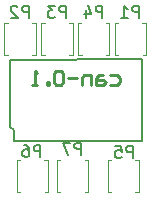
<source format=gbo>
G75*
G70*
%OFA0B0*%
%FSLAX25Y25*%
%IPPOS*%
%LPD*%
%AMOC8*
5,1,8,0,0,1.08239X$1,22.5*
%
%ADD20C,0.00787*%
%ADD21C,0.00472*%
%ADD22C,0.00591*%
%ADD39C,0.01000*%
X0000000Y0000000D02*
%LPD*%
G01*
D22*
X0027315Y0014164D02*
X0027315Y0018101D01*
X0025816Y0018101D01*
X0025441Y0017913D01*
X0025253Y0017726D01*
X0025066Y0017351D01*
X0025066Y0016789D01*
X0025253Y0016414D01*
X0025441Y0016226D01*
X0025816Y0016039D01*
X0027315Y0016039D01*
X0023753Y0018101D02*
X0021129Y0018101D01*
X0022816Y0014164D01*
X0009835Y0059833D02*
X0009835Y0063770D01*
X0008335Y0063770D01*
X0007960Y0063583D01*
X0007773Y0063395D01*
X0007585Y0063020D01*
X0007585Y0062458D01*
X0007773Y0062083D01*
X0007960Y0061895D01*
X0008335Y0061708D01*
X0009835Y0061708D01*
X0006085Y0063395D02*
X0005898Y0063583D01*
X0005523Y0063770D01*
X0004586Y0063770D01*
X0004211Y0063583D01*
X0004023Y0063395D01*
X0003836Y0063020D01*
X0003836Y0062645D01*
X0004023Y0062083D01*
X0006273Y0059833D01*
X0003836Y0059833D01*
X0046607Y0059833D02*
X0046607Y0063770D01*
X0045107Y0063770D01*
X0044732Y0063583D01*
X0044544Y0063395D01*
X0044357Y0063020D01*
X0044357Y0062458D01*
X0044544Y0062083D01*
X0044732Y0061895D01*
X0045107Y0061708D01*
X0046607Y0061708D01*
X0040607Y0059833D02*
X0042857Y0059833D01*
X0041732Y0059833D02*
X0041732Y0063770D01*
X0042107Y0063208D01*
X0042482Y0062833D01*
X0042857Y0062645D01*
X0013733Y0013455D02*
X0013733Y0017392D01*
X0012233Y0017392D01*
X0011858Y0017205D01*
X0011670Y0017017D01*
X0011483Y0016642D01*
X0011483Y0016080D01*
X0011670Y0015705D01*
X0011858Y0015517D01*
X0012233Y0015330D01*
X0013733Y0015330D01*
X0008108Y0017392D02*
X0008858Y0017392D01*
X0009233Y0017205D01*
X0009421Y0017017D01*
X0009796Y0016455D01*
X0009983Y0015705D01*
X0009983Y0014205D01*
X0009796Y0013830D01*
X0009608Y0013643D01*
X0009233Y0013455D01*
X0008483Y0013455D01*
X0008108Y0013643D01*
X0007921Y0013830D01*
X0007733Y0014205D01*
X0007733Y0015142D01*
X0007921Y0015517D01*
X0008108Y0015705D01*
X0008483Y0015892D01*
X0009233Y0015892D01*
X0009608Y0015705D01*
X0009796Y0015517D01*
X0009983Y0015142D01*
X0022197Y0059833D02*
X0022197Y0063770D01*
X0020697Y0063770D01*
X0020322Y0063583D01*
X0020135Y0063395D01*
X0019948Y0063020D01*
X0019948Y0062458D01*
X0020135Y0062083D01*
X0020322Y0061895D01*
X0020697Y0061708D01*
X0022197Y0061708D01*
X0018635Y0063770D02*
X0016198Y0063770D01*
X0017510Y0062270D01*
X0016948Y0062270D01*
X0016573Y0062083D01*
X0016385Y0061895D01*
X0016198Y0061520D01*
X0016198Y0060583D01*
X0016385Y0060208D01*
X0016573Y0060021D01*
X0016948Y0059833D01*
X0018073Y0059833D01*
X0018448Y0060021D01*
X0018635Y0060208D01*
X0044520Y0013140D02*
X0044520Y0017077D01*
X0043020Y0017077D01*
X0042645Y0016890D01*
X0042458Y0016702D01*
X0042270Y0016327D01*
X0042270Y0015765D01*
X0042458Y0015390D01*
X0042645Y0015202D01*
X0043020Y0015015D01*
X0044520Y0015015D01*
X0038708Y0017077D02*
X0040583Y0017077D01*
X0040771Y0015202D01*
X0040583Y0015390D01*
X0040208Y0015577D01*
X0039271Y0015577D01*
X0038896Y0015390D01*
X0038708Y0015202D01*
X0038521Y0014828D01*
X0038521Y0013890D01*
X0038708Y0013515D01*
X0038896Y0013328D01*
X0039271Y0013140D01*
X0040208Y0013140D01*
X0040583Y0013328D01*
X0040771Y0013515D01*
X0034402Y0059833D02*
X0034402Y0063770D01*
X0032902Y0063770D01*
X0032527Y0063583D01*
X0032340Y0063395D01*
X0032152Y0063020D01*
X0032152Y0062458D01*
X0032340Y0062083D01*
X0032527Y0061895D01*
X0032902Y0061708D01*
X0034402Y0061708D01*
X0028778Y0062458D02*
X0028778Y0059833D01*
X0029715Y0063958D02*
X0030652Y0061145D01*
X0028215Y0061145D01*
D21*
X0020333Y0012323D02*
X0019173Y0012323D01*
X0019173Y0001850D02*
X0019173Y0012323D01*
X0028486Y0001850D02*
X0029646Y0001850D01*
X0020376Y0001850D02*
X0019173Y0001850D01*
X0029646Y0012323D02*
X0029646Y0001850D01*
X0028442Y0012323D02*
X0029646Y0012323D01*
X0002852Y0057992D02*
X0001693Y0057992D01*
X0001693Y0047520D02*
X0001693Y0057992D01*
X0002896Y0047520D02*
X0001693Y0047520D01*
X0010962Y0057992D02*
X0012165Y0057992D01*
X0012165Y0057992D02*
X0012165Y0047520D01*
X0011006Y0047520D02*
X0012165Y0047520D01*
X0039624Y0057992D02*
X0038465Y0057992D01*
X0038465Y0047520D02*
X0038465Y0057992D01*
X0047778Y0047520D02*
X0048937Y0047520D01*
X0039668Y0047520D02*
X0038465Y0047520D01*
X0047734Y0057992D02*
X0048937Y0057992D01*
X0048937Y0057992D02*
X0048937Y0047520D01*
D20*
X0003691Y0045785D02*
X0047687Y0045938D01*
X0004774Y0019022D02*
X0004774Y0022270D01*
X0003691Y0023353D02*
X0004774Y0022270D01*
X0047687Y0018801D02*
X0047687Y0045938D01*
X0004995Y0018825D02*
X0047687Y0018825D01*
X0004774Y0019022D02*
X0004995Y0018825D01*
X0003691Y0023353D02*
X0003691Y0045785D01*
D21*
X0015101Y0001850D02*
X0016260Y0001850D01*
X0006947Y0012323D02*
X0005787Y0012323D01*
X0006991Y0001850D02*
X0005787Y0001850D01*
X0015057Y0012323D02*
X0016260Y0012323D01*
X0016260Y0012323D02*
X0016260Y0001850D01*
X0005787Y0001850D02*
X0005787Y0012323D01*
X0023368Y0047520D02*
X0024528Y0047520D01*
X0015214Y0057992D02*
X0014055Y0057992D01*
X0024528Y0057992D02*
X0024528Y0047520D01*
X0015258Y0047520D02*
X0014055Y0047520D01*
X0023324Y0057992D02*
X0024528Y0057992D01*
X0014055Y0047520D02*
X0014055Y0057992D01*
X0037262Y0012323D02*
X0036102Y0012323D01*
X0037306Y0001850D02*
X0036102Y0001850D01*
X0046575Y0012323D02*
X0046575Y0001850D01*
X0036102Y0001850D02*
X0036102Y0012323D01*
X0045372Y0012323D02*
X0046575Y0012323D01*
X0045416Y0001850D02*
X0046575Y0001850D01*
X0035573Y0047520D02*
X0036732Y0047520D01*
X0027419Y0057992D02*
X0026260Y0057992D01*
X0036732Y0057992D02*
X0036732Y0047520D01*
X0026260Y0047520D02*
X0026260Y0057992D01*
X0027463Y0047520D02*
X0026260Y0047520D01*
X0035529Y0057992D02*
X0036732Y0057992D01*
X0003297Y0018432D02*
G01*
G75*
D20*
X0004773Y0019023D02*
X0004995Y0018826D01*
X0004773Y0019023D02*
X0004773Y0022271D01*
X0003691Y0023353D02*
X0004773Y0022271D01*
X0047687Y0018801D02*
X0047687Y0045939D01*
X0003691Y0045786D02*
X0047687Y0045939D01*
X0004995Y0018826D02*
X0047687Y0018826D01*
X0003691Y0023353D02*
X0003691Y0045786D01*
D39*
X0037042Y0040592D02*
X0039404Y0040592D01*
X0040191Y0039805D01*
X0040191Y0038231D01*
X0039404Y0037444D01*
X0037042Y0037444D01*
X0034681Y0040592D02*
X0033106Y0040592D01*
X0032319Y0039805D01*
X0032319Y0037444D01*
X0034681Y0037444D01*
X0035468Y0038231D01*
X0034681Y0039018D01*
X0032319Y0039018D01*
X0030745Y0037444D02*
X0030745Y0040592D01*
X0028384Y0040592D01*
X0027596Y0039805D01*
X0027596Y0037444D01*
X0026022Y0039805D02*
X0022874Y0039805D01*
X0021299Y0041380D02*
X0020512Y0042167D01*
X0018938Y0042167D01*
X0018151Y0041380D01*
X0018151Y0038231D01*
X0018938Y0037444D01*
X0020512Y0037444D01*
X0021299Y0038231D01*
X0021299Y0041380D01*
X0016576Y0037444D02*
X0016576Y0038231D01*
X0015789Y0038231D01*
X0015789Y0037444D01*
X0016576Y0037444D01*
X0012641Y0037444D02*
X0011066Y0037444D01*
X0011853Y0037444D01*
X0011853Y0042167D01*
X0012641Y0041380D01*
M02*

</source>
